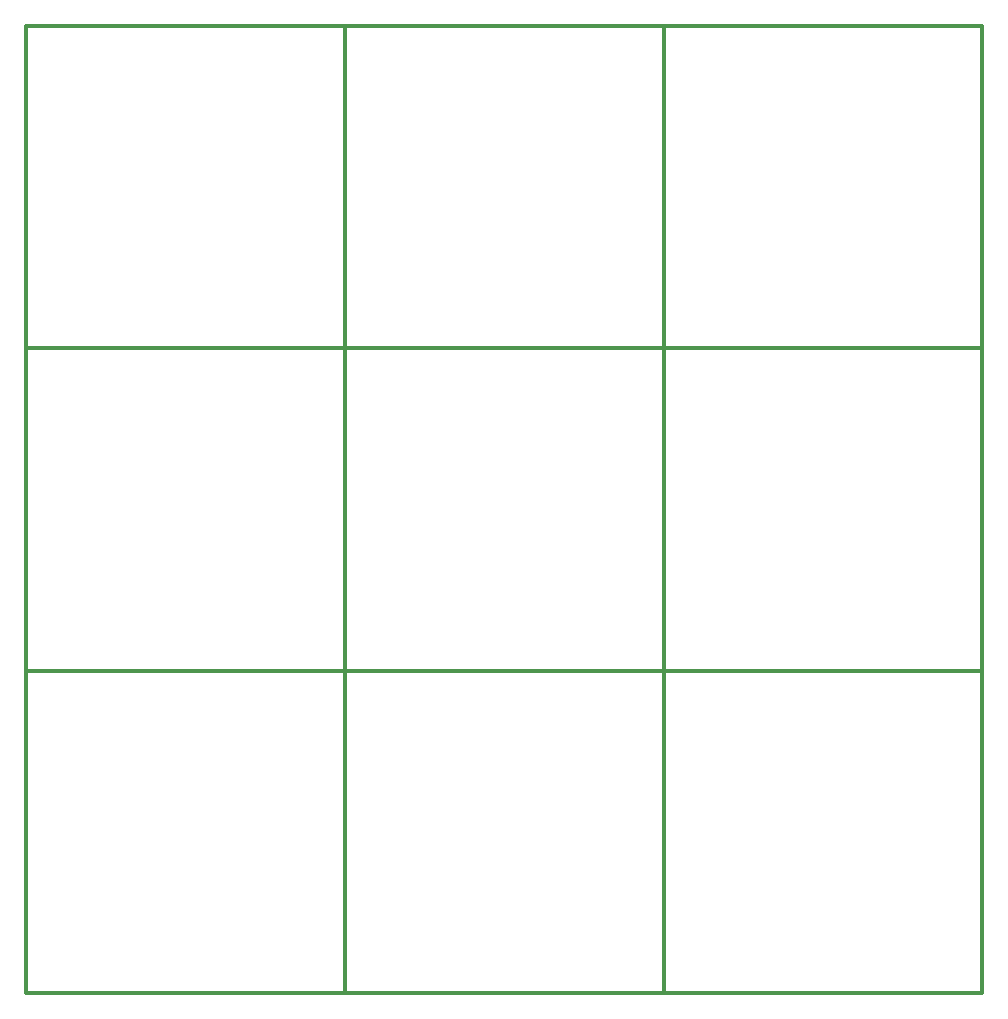
<source format=gko>
G04 Layer_Color=13278208*
%FSLAX24Y24*%
%MOIN*%
G70*
G01*
G75*
%ADD26C,0.0118*%
%ADD29C,0.0039*%
D26*
X0Y10748D02*
X10630D01*
X0Y0D02*
Y10748D01*
X10630Y0D02*
Y10748D01*
X0Y0D02*
X10630D01*
Y10748D02*
X21260D01*
X10630Y0D02*
Y10748D01*
X21260Y0D02*
Y10748D01*
X10630Y0D02*
X21260D01*
Y10748D02*
X31890D01*
X21260Y0D02*
Y10748D01*
X31890Y0D02*
Y10748D01*
X21260Y0D02*
X31890D01*
X0Y21496D02*
X10630D01*
X0Y10748D02*
Y21496D01*
X10630Y10748D02*
Y21496D01*
X0Y10748D02*
X10630D01*
Y21496D02*
X21260D01*
X10630Y10748D02*
Y21496D01*
X21260Y10748D02*
Y21496D01*
X10630Y10748D02*
X21260D01*
Y21496D02*
X31890D01*
X21260Y10748D02*
Y21496D01*
X31890Y10748D02*
Y21496D01*
X21260Y10748D02*
X31890D01*
X0Y32244D02*
X10630D01*
X0Y21496D02*
Y32244D01*
X10630Y21496D02*
Y32244D01*
X0Y21496D02*
X10630D01*
Y32244D02*
X21260D01*
X10630Y21496D02*
Y32244D01*
X21260Y21496D02*
Y32244D01*
X10630Y21496D02*
X21260D01*
Y32244D02*
X31890D01*
X21260Y21496D02*
Y32244D01*
X31890Y21496D02*
Y32244D01*
X21260Y21496D02*
X31890D01*
D29*
X31890Y0D02*
Y32244D01*
X0Y0D02*
X31890D01*
X0Y32244D02*
X31890D01*
X0Y0D02*
Y32244D01*
M02*

</source>
